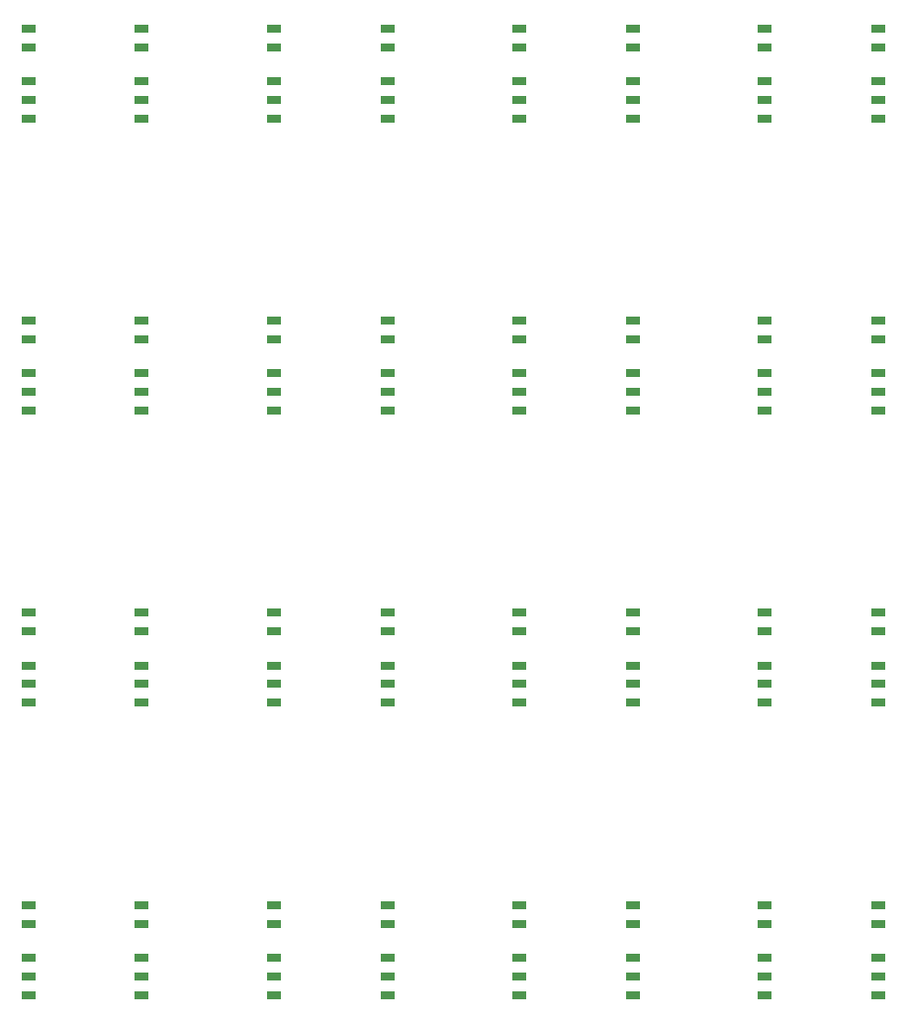
<source format=gbr>
G04 #@! TF.GenerationSoftware,KiCad,Pcbnew,(5.1.5-0-10_14)*
G04 #@! TF.CreationDate,2019-12-02T16:33:46+08:00*
G04 #@! TF.ProjectId,pa1010d-breakout-panelized,70613130-3130-4642-9d62-7265616b6f75,V1.0*
G04 #@! TF.SameCoordinates,Original*
G04 #@! TF.FileFunction,Paste,Top*
G04 #@! TF.FilePolarity,Positive*
%FSLAX46Y46*%
G04 Gerber Fmt 4.6, Leading zero omitted, Abs format (unit mm)*
G04 Created by KiCad (PCBNEW (5.1.5-0-10_14)) date 2019-12-02 16:33:46*
%MOMM*%
%LPD*%
G04 APERTURE LIST*
%ADD10R,1.200000X0.800000*%
G04 APERTURE END LIST*
D10*
X183924000Y-117803000D03*
X183924000Y-119403000D03*
X183924000Y-122303000D03*
X183924000Y-123903000D03*
X183924000Y-125503000D03*
X193624000Y-125503000D03*
X193624000Y-123903000D03*
X193624000Y-122303000D03*
X193624000Y-119403000D03*
X193624000Y-117803000D03*
X162924000Y-117803000D03*
X162924000Y-119403000D03*
X162924000Y-122303000D03*
X162924000Y-123903000D03*
X162924000Y-125503000D03*
X172624000Y-125503000D03*
X172624000Y-123903000D03*
X172624000Y-122303000D03*
X172624000Y-119403000D03*
X172624000Y-117803000D03*
X141924000Y-117803000D03*
X141924000Y-119403000D03*
X141924000Y-122303000D03*
X141924000Y-123903000D03*
X141924000Y-125503000D03*
X151624000Y-125503000D03*
X151624000Y-123903000D03*
X151624000Y-122303000D03*
X151624000Y-119403000D03*
X151624000Y-117803000D03*
X120924000Y-117803000D03*
X120924000Y-119403000D03*
X120924000Y-122303000D03*
X120924000Y-123903000D03*
X120924000Y-125503000D03*
X130624000Y-125503000D03*
X130624000Y-123903000D03*
X130624000Y-122303000D03*
X130624000Y-119403000D03*
X130624000Y-117803000D03*
X183924000Y-92803000D03*
X183924000Y-94403000D03*
X183924000Y-97303000D03*
X183924000Y-98903000D03*
X183924000Y-100503000D03*
X193624000Y-100503000D03*
X193624000Y-98903000D03*
X193624000Y-97303000D03*
X193624000Y-94403000D03*
X193624000Y-92803000D03*
X162924000Y-92803000D03*
X162924000Y-94403000D03*
X162924000Y-97303000D03*
X162924000Y-98903000D03*
X162924000Y-100503000D03*
X172624000Y-100503000D03*
X172624000Y-98903000D03*
X172624000Y-97303000D03*
X172624000Y-94403000D03*
X172624000Y-92803000D03*
X141924000Y-92803000D03*
X141924000Y-94403000D03*
X141924000Y-97303000D03*
X141924000Y-98903000D03*
X141924000Y-100503000D03*
X151624000Y-100503000D03*
X151624000Y-98903000D03*
X151624000Y-97303000D03*
X151624000Y-94403000D03*
X151624000Y-92803000D03*
X120924000Y-92803000D03*
X120924000Y-94403000D03*
X120924000Y-97303000D03*
X120924000Y-98903000D03*
X120924000Y-100503000D03*
X130624000Y-100503000D03*
X130624000Y-98903000D03*
X130624000Y-97303000D03*
X130624000Y-94403000D03*
X130624000Y-92803000D03*
X183924000Y-67803000D03*
X183924000Y-69403000D03*
X183924000Y-72303000D03*
X183924000Y-73903000D03*
X183924000Y-75503000D03*
X193624000Y-75503000D03*
X193624000Y-73903000D03*
X193624000Y-72303000D03*
X193624000Y-69403000D03*
X193624000Y-67803000D03*
X162924000Y-67803000D03*
X162924000Y-69403000D03*
X162924000Y-72303000D03*
X162924000Y-73903000D03*
X162924000Y-75503000D03*
X172624000Y-75503000D03*
X172624000Y-73903000D03*
X172624000Y-72303000D03*
X172624000Y-69403000D03*
X172624000Y-67803000D03*
X141924000Y-67803000D03*
X141924000Y-69403000D03*
X141924000Y-72303000D03*
X141924000Y-73903000D03*
X141924000Y-75503000D03*
X151624000Y-75503000D03*
X151624000Y-73903000D03*
X151624000Y-72303000D03*
X151624000Y-69403000D03*
X151624000Y-67803000D03*
X120924000Y-67803000D03*
X120924000Y-69403000D03*
X120924000Y-72303000D03*
X120924000Y-73903000D03*
X120924000Y-75503000D03*
X130624000Y-75503000D03*
X130624000Y-73903000D03*
X130624000Y-72303000D03*
X130624000Y-69403000D03*
X130624000Y-67803000D03*
X183924000Y-42803000D03*
X183924000Y-44403000D03*
X183924000Y-47303000D03*
X183924000Y-48903000D03*
X183924000Y-50503000D03*
X193624000Y-50503000D03*
X193624000Y-48903000D03*
X193624000Y-47303000D03*
X193624000Y-44403000D03*
X193624000Y-42803000D03*
X162924000Y-42803000D03*
X162924000Y-44403000D03*
X162924000Y-47303000D03*
X162924000Y-48903000D03*
X162924000Y-50503000D03*
X172624000Y-50503000D03*
X172624000Y-48903000D03*
X172624000Y-47303000D03*
X172624000Y-44403000D03*
X172624000Y-42803000D03*
X141924000Y-42803000D03*
X141924000Y-44403000D03*
X141924000Y-47303000D03*
X141924000Y-48903000D03*
X141924000Y-50503000D03*
X151624000Y-50503000D03*
X151624000Y-48903000D03*
X151624000Y-47303000D03*
X151624000Y-44403000D03*
X151624000Y-42803000D03*
X130624000Y-42803000D03*
X130624000Y-44403000D03*
X130624000Y-47303000D03*
X130624000Y-48903000D03*
X130624000Y-50503000D03*
X120924000Y-50503000D03*
X120924000Y-48903000D03*
X120924000Y-47303000D03*
X120924000Y-44403000D03*
X120924000Y-42803000D03*
M02*

</source>
